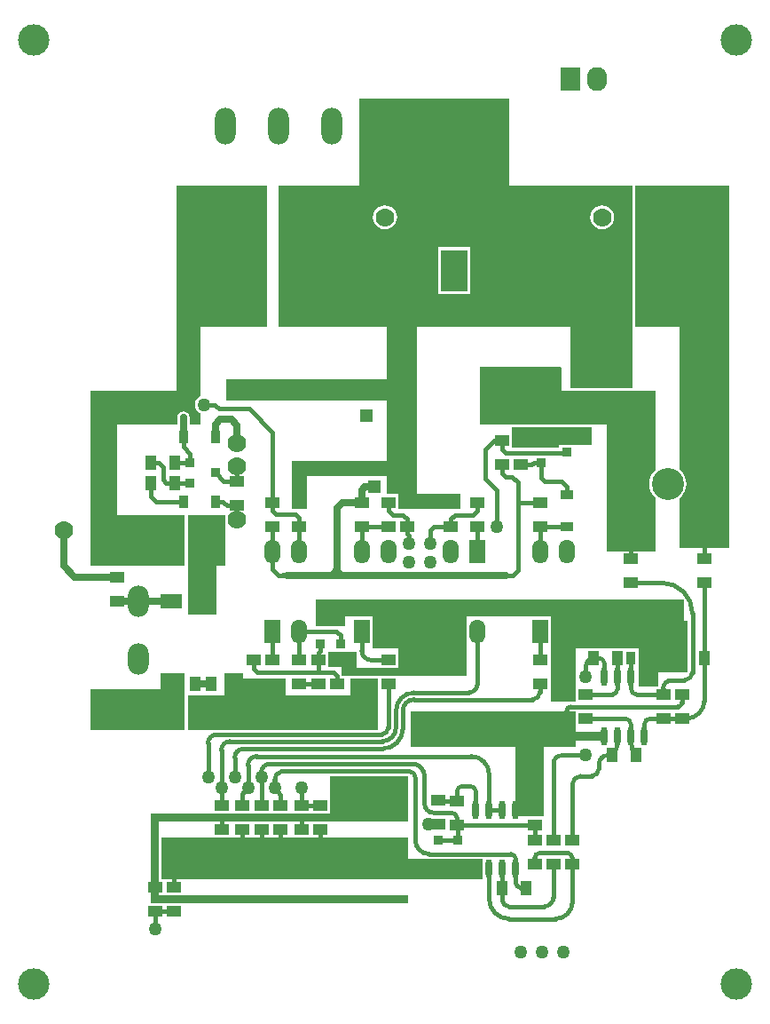
<source format=gbl>
G04*
G04 #@! TF.GenerationSoftware,Altium Limited,Altium Designer,18.0.7 (293)*
G04*
G04 Layer_Physical_Order=2*
G04 Layer_Color=16711680*
%FSLAX44Y44*%
%MOMM*%
G71*
G01*
G75*
%ADD10C,0.3810*%
%ADD11R,0.9000X1.2000*%
%ADD12R,0.9000X1.2000*%
%ADD13R,1.0000X1.3970*%
%ADD14R,1.3970X1.0000*%
%ADD15O,0.6000X1.8000*%
%ADD16R,0.9000X0.9500*%
%ADD17R,2.1000X1.4500*%
%ADD18R,0.9500X0.9000*%
%ADD19R,1.2000X0.9000*%
%ADD20R,1.2000X0.9000*%
%ADD21C,0.6350*%
%ADD22C,1.7780*%
%ADD23R,1.9050X2.2860*%
%ADD24O,1.9050X2.2860*%
%ADD25O,2.0000X3.5000*%
%ADD26R,1.5240X2.2860*%
%ADD27O,1.5240X2.2860*%
%ADD28O,2.5000X4.0000*%
%ADD29R,2.5000X4.0000*%
%ADD30R,1.2080X1.2080*%
%ADD31C,1.2080*%
%ADD32O,2.0000X3.0000*%
%ADD33C,3.0480*%
%ADD34C,1.2700*%
%ADD35C,3.0000*%
%ADD36C,3.0000*%
G36*
X-116222Y319659D02*
X1126D01*
Y189940D01*
X1126D01*
X1126Y126186D01*
X-57667Y126186D01*
X-57667Y184277D01*
X-204614D01*
X-204614Y25273D01*
X-162932D01*
Y11192D01*
X-222114Y11192D01*
X-222114Y25273D01*
X-204614D01*
X-232808Y25273D01*
Y42291D01*
X-324029Y42291D01*
X-324029Y56769D01*
X-232808Y56769D01*
X-232808Y126760D01*
X-232808Y113957D01*
X-386140Y113957D01*
X-386140Y134785D01*
X-232808Y134785D01*
X-232808Y184277D01*
X-336186D01*
Y319659D01*
X-259224Y319659D01*
Y401955D01*
X-116222D01*
Y319659D01*
D02*
G37*
G36*
X-347362Y184277D02*
X-411116D01*
X-411116Y118546D01*
X-411959Y118196D01*
X-413816Y116771D01*
X-415241Y114914D01*
X-416137Y112752D01*
X-416443Y110431D01*
X-416137Y108110D01*
X-415241Y105948D01*
X-413816Y104091D01*
X-411959Y102666D01*
X-411116Y102316D01*
Y91674D01*
X-421438D01*
Y98357D01*
X-421881Y100586D01*
X-423144Y102477D01*
X-425035Y103740D01*
X-427265Y104184D01*
X-429495Y103740D01*
X-431385Y102477D01*
X-432648Y100586D01*
X-433092Y98357D01*
Y91674D01*
X-490618Y91674D01*
X-490618Y5207D01*
X-425848Y5207D01*
X-425848Y-43307D01*
X-516018D01*
X-516018Y123825D01*
X-433722Y123825D01*
Y319659D01*
X-347362D01*
Y184277D01*
D02*
G37*
G36*
X-37898Y71940D02*
X-68948D01*
Y69401D01*
X-113398D01*
X-113398Y88959D01*
X-37898D01*
X-37898Y71940D01*
D02*
G37*
G36*
X-309551Y42291D02*
X-309551Y11191D01*
X-324029Y11191D01*
X-324029Y42291D01*
X-309551Y42291D01*
D02*
G37*
G36*
X93836Y319659D02*
X93836Y-26214D01*
X46366Y-26214D01*
Y21327D01*
X47633Y22367D01*
X49855Y25074D01*
X51506Y28163D01*
X52523Y31514D01*
X52866Y35000D01*
X52523Y38486D01*
X51506Y41837D01*
X49855Y44926D01*
X47633Y47633D01*
X46366Y48673D01*
X46366Y184277D01*
X4012Y184277D01*
X4012Y319659D01*
X93836Y319659D01*
D02*
G37*
G36*
X-66010Y145946D02*
Y123392D01*
X23184D01*
Y48304D01*
X22367Y47633D01*
X20145Y44926D01*
X18494Y41837D01*
X17477Y38486D01*
X17134Y35000D01*
X17477Y31514D01*
X18494Y28163D01*
X20145Y25074D01*
X22367Y22367D01*
X23184Y21696D01*
Y-29207D01*
X-23166Y-29206D01*
X-23166Y91674D01*
X-143898Y91674D01*
X-143898Y146675D01*
X-66909Y146843D01*
X-66010Y145946D01*
D02*
G37*
G36*
X-329942Y-54798D02*
X-330094Y-54714D01*
X-330357Y-54639D01*
X-330731Y-54573D01*
X-331215Y-54515D01*
X-333330Y-54396D01*
X-336440Y-54356D01*
Y-50546D01*
X-335293Y-50542D01*
X-330357Y-50263D01*
X-330094Y-50188D01*
X-329942Y-50104D01*
Y-54798D01*
D02*
G37*
G36*
X-277575Y-44132D02*
X-277385Y-45212D01*
X-277068Y-46164D01*
X-276623Y-46990D01*
X-276052Y-47688D01*
X-275353Y-48260D01*
X-274527Y-48705D01*
X-273575Y-49022D01*
X-272495Y-49212D01*
X-271289Y-49276D01*
X-280814Y-55626D01*
X-290339Y-49276D01*
X-289132Y-49212D01*
X-288053Y-49022D01*
X-287101Y-48705D01*
X-286275Y-48260D01*
X-285576Y-47688D01*
X-285005Y-46990D01*
X-284561Y-46164D01*
X-284243Y-45212D01*
X-284053Y-44132D01*
X-283989Y-42926D01*
X-277639D01*
X-277575Y-44132D01*
D02*
G37*
G36*
X-387664Y5207D02*
Y-43307D01*
X-395792D01*
Y-89751D01*
X-422970Y-89751D01*
Y5207D01*
X-387664Y5207D01*
D02*
G37*
G36*
X50122Y-95556D02*
X53932D01*
X53932Y-144412D01*
X25992Y-144412D01*
X25992Y-158382D01*
X6942D01*
Y-121552D01*
X-53200Y-121552D01*
X-53200Y-172737D01*
X-76726Y-172737D01*
X-76726Y-91326D01*
X-157142Y-91326D01*
X-157142Y-147822D01*
X-276014Y-147822D01*
Y-139840D01*
X-289222D01*
Y-125020D01*
X-261790Y-125020D01*
X-261790Y-140602D01*
X-222114Y-140602D01*
X-222114Y-122226D01*
X-246870D01*
X-246870Y-91326D01*
X-272966Y-91326D01*
Y-100724D01*
X-301135Y-100724D01*
X-301135Y-75490D01*
X50122Y-75490D01*
Y-95556D01*
D02*
G37*
G36*
X-370384Y-150420D02*
X-329495D01*
Y-166422D01*
X-268017Y-166422D01*
Y-150420D01*
X-241352D01*
Y-199442D01*
X-422970D01*
Y-166422D01*
X-388364Y-166422D01*
Y-145594D01*
X-370384D01*
Y-150420D01*
D02*
G37*
G36*
X-425848Y-145594D02*
X-425848Y-199442D01*
X-516018Y-199442D01*
X-516018Y-160455D01*
X-448712D01*
Y-145594D01*
X-425848Y-145594D01*
D02*
G37*
G36*
X-53188Y-201562D02*
X-23978Y-201562D01*
X-23978Y-209944D01*
X-52429Y-209944D01*
X-52429Y-215698D01*
X-83414D01*
Y-282080D01*
X-110096D01*
Y-215698D01*
X-210364Y-215698D01*
X-210364Y-182170D01*
X-53188Y-182164D01*
X-53188Y-201562D01*
D02*
G37*
G36*
X-213158Y-243723D02*
X-213158Y-286649D01*
X-450782Y-286649D01*
X-450782Y-357429D01*
X-213158D01*
X-213159Y-365049D01*
X-458402D01*
X-458402Y-279029D01*
X-287206Y-279029D01*
X-287206Y-243723D01*
X-213158Y-243723D01*
D02*
G37*
G36*
X-213158Y-322707D02*
X-141394D01*
Y-342189D01*
X-447988Y-342189D01*
Y-302057D01*
X-213158D01*
X-213158Y-322707D01*
D02*
G37*
%LPC*%
G36*
X-27579Y300570D02*
X-30563Y300177D01*
X-33344Y299025D01*
X-35731Y297193D01*
X-37563Y294805D01*
X-38715Y292025D01*
X-39108Y289041D01*
X-38715Y286057D01*
X-37563Y283277D01*
X-35731Y280889D01*
X-33344Y279057D01*
X-30563Y277905D01*
X-27579Y277512D01*
X-24595Y277905D01*
X-21815Y279057D01*
X-19427Y280889D01*
X-17595Y283277D01*
X-16444Y286057D01*
X-16051Y289041D01*
X-16444Y292025D01*
X-17595Y294805D01*
X-19427Y297193D01*
X-21815Y299025D01*
X-24595Y300177D01*
X-27579Y300570D01*
D02*
G37*
G36*
X-234913D02*
X-237897Y300177D01*
X-240678Y299025D01*
X-243065Y297193D01*
X-244897Y294805D01*
X-246049Y292025D01*
X-246442Y289041D01*
X-246049Y286057D01*
X-244897Y283277D01*
X-243065Y280889D01*
X-240678Y279057D01*
X-237897Y277905D01*
X-234913Y277512D01*
X-231930Y277905D01*
X-229149Y279057D01*
X-226761Y280889D01*
X-224929Y283277D01*
X-223778Y286057D01*
X-223385Y289041D01*
X-223778Y292025D01*
X-224929Y294805D01*
X-226761Y297193D01*
X-229149Y299025D01*
X-231930Y300177D01*
X-234913Y300570D01*
D02*
G37*
G36*
X-154022Y260781D02*
X-184102D01*
Y215701D01*
X-154022D01*
Y260781D01*
D02*
G37*
%LPD*%
D10*
X-205854Y-304870D02*
G03*
X-192775Y-317949I13079J0D01*
G01*
X-110096Y-322775D02*
G03*
X-114922Y-317949I-4826J0D01*
G01*
X-205854Y-245133D02*
G03*
X-211901Y-239086I-6047J0D01*
G01*
X-110096Y-345093D02*
G03*
X-105016Y-350173I5080J0D01*
G01*
X-333487Y-239086D02*
G03*
X-333804Y-239315I0J-335D01*
G01*
D02*
G03*
X-333822Y-239421I317J-106D01*
G01*
X-333804Y-239315D02*
G03*
X-340292Y-247525I1951J-8210D01*
G01*
X-334992Y-261757D02*
G03*
X-336136Y-258995I-3906J0D01*
G01*
X50743Y-152286D02*
G03*
X58570Y-144460I0J7826D01*
G01*
Y-88596D02*
G03*
X29403Y-59430I-29167J0D01*
G01*
X38798Y-152286D02*
G03*
X30564Y-160520I0J-8234D01*
G01*
X-136Y-160341D02*
G03*
X5524Y-166002I5660J0D01*
G01*
X44547Y-177432D02*
G03*
X48564Y-173415I0J4017D01*
G01*
X-57519Y-177432D02*
G03*
X-61536Y-181449I0J-4017D01*
G01*
X52627Y-188862D02*
G03*
X70000Y-171488I0J17373D01*
G01*
X18224Y-188862D02*
G03*
X12564Y-194523I0J-5660D01*
G01*
X-22234Y-223682D02*
G03*
X-30570Y-232018I0J-8336D01*
G01*
X-37948Y-243726D02*
G03*
X-30570Y-236348I0J7378D01*
G01*
X-48250Y-243726D02*
G03*
X-56096Y-251572I0J-7846D01*
G01*
X-25536Y-136262D02*
G03*
X-30616Y-131182I-5080J0D01*
G01*
X-35696D02*
G03*
X-43536Y-139022I0J-7840D01*
G01*
X-65760Y-223682D02*
G03*
X-74096Y-232018I0J-8336D01*
G01*
X-18496Y-166002D02*
G03*
X-12836Y-160341I0J5660D01*
G01*
X-136Y-194523D02*
G03*
X-5796Y-188862I-5660J0D01*
G01*
X-17916Y-223682D02*
G03*
X-12836Y-211417I-12265J12265D01*
G01*
X-136Y-211419D02*
G03*
X4944Y-223682I17343J0D01*
G01*
X-56096Y-321747D02*
G03*
X-60854Y-316989I-4758J0D01*
G01*
X-87338Y-316988D02*
G03*
X-92096Y-321746I0J-4758D01*
G01*
X-71968Y-379727D02*
G03*
X-56096Y-363855I0J15872D01*
G01*
X-135496Y-360742D02*
G03*
X-116510Y-379727I18986J0D01*
G01*
X-83148Y-368043D02*
G03*
X-74096Y-358991I0J9052D01*
G01*
X-122796Y-361981D02*
G03*
X-116734Y-368043I6062J0D01*
G01*
X-135496Y-242011D02*
G03*
X-152720Y-224788I-17224J0D01*
G01*
X-357253D02*
G03*
X-365692Y-233226I0J-8439D01*
G01*
X-369848Y-258995D02*
G03*
X-370992Y-261757I2762J-2762D01*
G01*
X-165268Y-290877D02*
G03*
X-166196Y-289949I-928J0D01*
G01*
X-197218Y-243629D02*
G03*
X-208910Y-231937I-11692J0D01*
G01*
X-344553D02*
G03*
X-352992Y-240376I0J-8439D01*
G01*
X-166196Y-283663D02*
G03*
X-171169Y-278689I-4973J0D01*
G01*
X-197218Y-269968D02*
G03*
X-188496Y-278689I8722J0D01*
G01*
X-160896Y-253179D02*
G03*
X-166196Y-258479I0J-5300D01*
G01*
X-148196D02*
G03*
X-153496Y-253179I-5300J0D01*
G01*
X-183756Y-266896D02*
G03*
X-183563Y-267089I193J0D01*
G01*
X-369953Y-217638D02*
G03*
X-378392Y-226077I0J-8439D01*
G01*
X-382653Y-210489D02*
G03*
X-391092Y-218928I0J-8439D01*
G01*
X-237511Y-210489D02*
G03*
X-224334Y-197312I0J13177D01*
G01*
X-207119Y-164136D02*
G03*
X-224334Y-181351I0J-17215D01*
G01*
X-155066Y-164136D02*
G03*
X-146646Y-155715I0J8421D01*
G01*
X-146102Y-105932D02*
G03*
X-146646Y-105388I-544J0D01*
G01*
X-237282Y-217638D02*
G03*
X-217815Y-198172I0J19466D01*
G01*
X-207166Y-170610D02*
G03*
X-217815Y-181260I0J-10649D01*
G01*
X-94030Y-170610D02*
G03*
X-86974Y-163554I0J7056D01*
G01*
X-238419Y-204014D02*
G03*
X-231718Y-197312I0J6702D01*
G01*
X-395353Y-204014D02*
G03*
X-403792Y-212453I0J-8439D01*
G01*
X-257118Y-124102D02*
G03*
X-248210Y-133010I8908J0D01*
G01*
X-376025Y491D02*
Y14461D01*
X-192775Y-317949D02*
X-114922D01*
X-333487Y-239086D02*
X-211901D01*
X-205854Y-304870D02*
Y-245133D01*
X-105016Y-350173D02*
X-99936D01*
X-110096Y-332173D02*
Y-322775D01*
Y-345093D02*
Y-332173D01*
X-340292Y-254839D02*
Y-247525D01*
Y-254839D02*
X-336136Y-258995D01*
X-334992Y-271409D02*
Y-261757D01*
X70000Y-131182D02*
Y-59430D01*
X-136Y-160341D02*
Y-149182D01*
Y-131182D01*
X58570Y-144460D02*
Y-88596D01*
X38798Y-152286D02*
X50743D01*
X30564Y-166002D02*
Y-160520D01*
X0Y-59430D02*
X29403D01*
X5524Y-166002D02*
X30564D01*
Y-166116D02*
Y-166002D01*
Y-166002D01*
X-61536Y-188862D02*
Y-181449D01*
X-57519Y-177432D02*
Y-177432D01*
Y-177432D02*
X44547D01*
X48564Y-173415D02*
Y-166003D01*
X70000Y-171488D02*
Y-131182D01*
X30564Y-188862D02*
X52627D01*
X18224Y-188862D02*
X33680D01*
X12564Y-205682D02*
Y-194523D01*
X0Y-36570D02*
Y0D01*
X70000Y-36570D02*
Y0D01*
X-43536Y-149182D02*
Y-139022D01*
X-30570Y-236348D02*
Y-232018D01*
X-48250Y-243726D02*
X-37948D01*
X-56096Y-304798D02*
Y-251572D01*
X-35696Y-131182D02*
X-30616D01*
X-25536Y-149182D02*
Y-136262D01*
X-65760Y-223682D02*
X-43536D01*
X-74096Y-304798D02*
Y-232018D01*
X-43536Y-166002D02*
X-18496D01*
X-12836Y-160341D02*
Y-149182D01*
X-30836Y-188862D02*
X-5796D01*
X-43536Y-188862D02*
X-30836D01*
Y-188862D02*
Y-188862D01*
X-136Y-205682D02*
Y-194523D01*
X-12836Y-149182D02*
Y-131182D01*
Y-211417D02*
Y-205682D01*
X-136Y-211419D02*
Y-205682D01*
X-166196Y-289949D02*
X-92096D01*
Y-304797D02*
Y-289949D01*
X-56096Y-327658D02*
Y-321747D01*
X-92096Y-327657D02*
Y-321746D01*
X-87338Y-316989D02*
X-60854D01*
X-87338D02*
Y-316988D01*
X-116510Y-379727D02*
X-71968D01*
X-135496Y-360742D02*
Y-332173D01*
X-56096Y-363855D02*
Y-327658D01*
X-116734Y-368043D02*
X-83148D01*
X-122796Y-361981D02*
Y-350173D01*
X-74096Y-358991D02*
Y-327658D01*
X-135496Y-275673D02*
Y-242011D01*
X-357253Y-224788D02*
X-152720D01*
X-365692Y-254839D02*
Y-233226D01*
X-369848Y-258995D02*
X-365692Y-254839D01*
X-370992Y-271409D02*
Y-261757D01*
X-166196Y-289949D02*
Y-283663D01*
X-165268Y-304797D02*
Y-290877D01*
X-344553Y-231937D02*
X-208910D01*
X-197218Y-269968D02*
Y-243629D01*
X-188496Y-278689D02*
X-171169D01*
X-135496Y-275673D02*
X-122796D01*
Y-350173D02*
Y-332173D01*
X-92096Y-289949D02*
Y-289949D01*
X-160896Y-253179D02*
X-153496D01*
X-148196Y-275673D02*
Y-258479D01*
X-183563Y-267089D02*
X-166196D01*
Y-258479D01*
X-184268Y-304797D02*
X-165268D01*
X-436522Y-349749D02*
Y-338321D01*
X-296892Y-305697D02*
Y-294269D01*
X-334992Y-305697D02*
Y-294269D01*
X-352992Y-305697D02*
Y-294269D01*
X-370992Y-305697D02*
Y-294269D01*
X-454592Y-389179D02*
Y-372609D01*
Y-372609D01*
X-436522D01*
X-391092Y-294269D02*
Y-282841D01*
X-314892Y-294269D02*
Y-282841D01*
Y-271409D02*
Y-254839D01*
Y-271409D02*
X-296892D01*
Y-271409D02*
Y-271409D01*
X-391092Y-254839D02*
Y-218928D01*
Y-271409D02*
Y-254839D01*
X-352992Y-271409D02*
Y-244839D01*
X-403792Y-241472D02*
Y-212453D01*
X-382653Y-210489D02*
X-237511D01*
X-224334Y-197312D02*
Y-181351D01*
X-207119Y-164136D02*
X-155066D01*
X-146646Y-155715D02*
Y-105388D01*
X-378392Y-244839D02*
Y-226839D01*
X-369953Y-217638D02*
X-237282D01*
X-217815Y-198172D02*
Y-181260D01*
X-207166Y-170610D02*
X-94030D01*
X-395353Y-204014D02*
X-238419D01*
X-86974Y-163554D02*
Y-155870D01*
X-231718D02*
Y-154669D01*
Y-197312D02*
Y-155870D01*
X-86974Y-133010D02*
Y-105388D01*
X-248210Y-133010D02*
X-231718D01*
X-257118Y-124102D02*
Y-105388D01*
X-316790Y-155869D02*
X-298790D01*
X-342190Y-133009D02*
Y-105388D01*
X-316790Y-133009D02*
Y-105388D01*
X-281518D02*
X-277565Y-109341D01*
X-316790Y-105388D02*
X-281518D01*
X-277565Y-117388D02*
Y-109341D01*
X-296565Y-124099D02*
Y-117388D01*
X-298790Y-126324D02*
X-296565Y-124099D01*
X-298790Y-133009D02*
Y-126324D01*
Y-144578D02*
X-284034D01*
X-356668D02*
X-298790D01*
X-284034D02*
X-280790Y-147822D01*
Y-155869D02*
Y-147822D01*
X-298790Y-144578D02*
Y-133009D01*
X-360190Y-141056D02*
X-356668Y-144578D01*
X-360190Y-141056D02*
Y-133009D01*
X-385966Y14461D02*
X-376025D01*
X-389436Y17931D02*
X-385966Y14461D01*
X-396785Y17931D02*
X-389436D01*
X-392998Y106337D02*
X-364593D01*
X-397092Y110431D02*
X-392998Y106337D01*
X-407476Y110431D02*
X-397092D01*
X-364593Y106337D02*
X-342190Y83934D01*
Y17242D02*
Y83934D01*
X-217703Y5464D02*
X-213718Y1479D01*
Y-5964D02*
Y1479D01*
X-227604Y5464D02*
X-217703D01*
X-231718Y9578D02*
X-227604Y5464D01*
X-231718Y9578D02*
Y16895D01*
X-146646Y9577D02*
Y16895D01*
X-150759Y5464D02*
X-146646Y9577D01*
X-168060Y5464D02*
X-150759D01*
X-172046Y1479D02*
X-168060Y5464D01*
X-172046Y-5964D02*
Y1479D01*
X-148726Y16895D02*
X-146646D01*
X-188630Y-5964D02*
X-172046D01*
X-191809Y-9144D02*
X-188630Y-5964D01*
X-191809Y-21949D02*
Y-9144D01*
X-211954Y-21949D02*
Y-14075D01*
X-213718Y-12311D02*
X-211954Y-14075D01*
X-213718Y-12311D02*
Y-5964D01*
X-127814Y-5965D02*
Y28991D01*
X-139082Y40259D02*
X-127814Y28991D01*
X-139082Y40259D02*
Y67437D01*
X-130339Y76180D01*
X-122974D01*
X-108094Y17242D02*
Y36449D01*
Y-47625D02*
Y17242D01*
X-113428Y41783D02*
X-108094Y36449D01*
X-120032Y41783D02*
X-113428D01*
X-122974Y44725D02*
Y53320D01*
Y44725D02*
X-120032Y41783D01*
X-82186Y37211D02*
X-66438D01*
X-85574Y40599D02*
X-82186Y37211D01*
X-85574Y40599D02*
Y55362D01*
X-61574Y24862D02*
Y32347D01*
X-66438Y37211D02*
X-61574Y32347D01*
X-120032Y64643D02*
X-61792D01*
X-122974Y67585D02*
X-120032Y64643D01*
X-122974Y67585D02*
Y76180D01*
X-61792Y64643D02*
X-61574Y64862D01*
X-92991Y55362D02*
X-85574D01*
X-95033Y53320D02*
X-92991Y55362D01*
X-104974Y53320D02*
X-95033D01*
X-119524Y-52451D02*
X-112920D01*
X-108094Y17242D02*
X-86974D01*
X-112920Y-52451D02*
X-108094Y-47625D01*
X-342190Y-46701D02*
Y-29188D01*
Y-46701D02*
X-336440Y-52451D01*
X-327804D01*
X-86974Y-5618D02*
X-61574D01*
X-86974Y-29188D02*
Y-5618D01*
X-146646Y-29188D02*
Y-5965D01*
X-257118Y-29188D02*
Y-5618D01*
X-256772Y-5965D01*
X-231718D01*
X-342190Y-29188D02*
Y-5618D01*
X-316790Y-5618D02*
Y2575D01*
X-320438Y6223D02*
X-316790Y2575D01*
X-338702Y6223D02*
X-320438D01*
X-342190Y9711D02*
X-338702Y6223D01*
X-342190Y9711D02*
Y17242D01*
X-316790Y-29188D02*
Y-5618D01*
X-388675Y37321D02*
X-376025D01*
X-396785Y45431D02*
X-388675Y37321D01*
X-420785Y54931D02*
Y63898D01*
X-427265Y70378D02*
X-420785Y63898D01*
X-427265Y70378D02*
Y79431D01*
X-453050Y17931D02*
X-427265D01*
X-458215Y23096D02*
X-453050Y17931D01*
X-458215Y23096D02*
Y35931D01*
X-435355D02*
X-420785D01*
X-443618D02*
X-435355D01*
X-446676Y38989D02*
X-443618Y35931D01*
X-446676Y38989D02*
Y51181D01*
X-450426Y54931D02*
X-446676Y51181D01*
X-458215Y54931D02*
X-450426D01*
X-435355D02*
X-420785D01*
X-376025Y37321D02*
Y51291D01*
D11*
X30344Y-131182D02*
D03*
X-396785Y17931D02*
D03*
Y79431D02*
D03*
D12*
X-136Y-131182D02*
D03*
X-427265Y17931D02*
D03*
Y79431D02*
D03*
D13*
X70000Y-131182D02*
D03*
X47140D02*
D03*
X-35696D02*
D03*
X-12836D02*
D03*
X4944Y-223682D02*
D03*
X-17916D02*
D03*
X-122796Y-350173D02*
D03*
X-99936D02*
D03*
X-458215Y54931D02*
D03*
X-435355D02*
D03*
X-411881Y-10359D02*
D03*
X-434741D02*
D03*
X-458215Y35931D02*
D03*
X-435355D02*
D03*
X-438512Y-155869D02*
D03*
X-415652D02*
D03*
X-401082D02*
D03*
X-378222D02*
D03*
D14*
X48564Y-166003D02*
D03*
Y-188862D02*
D03*
X30564Y-166002D02*
D03*
Y-188862D02*
D03*
X-61536D02*
D03*
Y-166002D02*
D03*
X-43536Y-188862D02*
D03*
Y-166002D02*
D03*
X-74096Y-304798D02*
D03*
Y-327658D02*
D03*
X-56096Y-304798D02*
D03*
Y-327658D02*
D03*
X-183756Y-266896D02*
D03*
Y-289755D02*
D03*
X-166196Y-267089D02*
D03*
Y-289949D02*
D03*
X-92096Y-327657D02*
D03*
Y-304797D02*
D03*
Y-289949D02*
D03*
Y-267090D02*
D03*
X-296892Y-294269D02*
D03*
Y-271409D02*
D03*
X-314892Y-294269D02*
D03*
Y-271409D02*
D03*
X-391092Y-294269D02*
D03*
Y-271409D02*
D03*
X-334992Y-294269D02*
D03*
Y-271409D02*
D03*
X-352992Y-294269D02*
D03*
Y-271409D02*
D03*
X-370992Y-294269D02*
D03*
Y-271409D02*
D03*
X-436522Y-372609D02*
D03*
Y-349749D02*
D03*
X-454592Y-372609D02*
D03*
Y-349749D02*
D03*
X-86974Y-155870D02*
D03*
Y-133010D02*
D03*
X-231718Y-155870D02*
D03*
Y-133010D02*
D03*
X0Y-36570D02*
D03*
Y-59430D02*
D03*
X70000D02*
D03*
Y-36570D02*
D03*
X-376025Y37321D02*
D03*
Y14461D02*
D03*
X-146646Y16895D02*
D03*
Y-5965D02*
D03*
X-172046Y16896D02*
D03*
Y-5964D02*
D03*
X-257118Y-5618D02*
D03*
Y17242D02*
D03*
X-231718Y16895D02*
D03*
Y-5965D02*
D03*
X-213718Y-5964D02*
D03*
Y16896D02*
D03*
X-104974Y76180D02*
D03*
Y53320D02*
D03*
X-122974Y76180D02*
D03*
Y53320D02*
D03*
X-86974Y-5618D02*
D03*
Y17242D02*
D03*
X-342190Y17242D02*
D03*
Y-5618D02*
D03*
X-316790Y17242D02*
D03*
Y-5618D02*
D03*
Y-155869D02*
D03*
Y-133009D02*
D03*
X-298790Y-155869D02*
D03*
Y-133009D02*
D03*
X-490952Y-76869D02*
D03*
Y-54009D02*
D03*
X-342190Y-155869D02*
D03*
Y-133009D02*
D03*
X-360190Y-155869D02*
D03*
Y-133009D02*
D03*
X-280790Y-155869D02*
D03*
Y-133009D02*
D03*
D15*
X-12836Y-205682D02*
D03*
X-136D02*
D03*
X-25536D02*
D03*
X12564D02*
D03*
X-12836Y-149182D02*
D03*
X-25536D02*
D03*
X12564D02*
D03*
X-136D02*
D03*
X-122796Y-275673D02*
D03*
X-135496D02*
D03*
X-110096D02*
D03*
X-148196D02*
D03*
X-122796Y-332173D02*
D03*
X-110096D02*
D03*
X-148196D02*
D03*
X-135496D02*
D03*
D16*
X-174768Y-328797D02*
D03*
X-165268Y-304797D02*
D03*
X-184268D02*
D03*
X-287065Y-93388D02*
D03*
X-277565Y-117388D02*
D03*
X-296565D02*
D03*
D17*
X-409512Y-181869D02*
D03*
X-438512D02*
D03*
X-409512Y-76869D02*
D03*
X-438512D02*
D03*
D18*
X-420785Y35931D02*
D03*
Y54931D02*
D03*
X-396785Y45431D02*
D03*
X-61574Y64862D02*
D03*
X-85574Y74362D02*
D03*
Y55362D02*
D03*
D19*
X-61574Y-5618D02*
D03*
D20*
Y24862D02*
D03*
D21*
X-427265Y79431D02*
Y98357D01*
X-469860Y-76869D02*
X-438512D01*
X-415652Y-155869D02*
X-401082D01*
X-490952Y-76869D02*
X-469860D01*
X-531102Y-54009D02*
X-490952D01*
X-541752Y-43359D02*
X-531102Y-54009D01*
X-541752Y-43359D02*
Y-9649D01*
X-280814Y-52451D02*
X-119524D01*
X-280814D02*
Y11557D01*
X-327804Y-52451D02*
X-280814D01*
Y11557D02*
X-275129Y17242D01*
X-257118D01*
X-254102Y31919D02*
X-244913D01*
X-257118Y28903D02*
X-254102Y31919D01*
X-257118Y17242D02*
Y28903D01*
X-381398Y96393D02*
X-376025Y91020D01*
X-392066Y96393D02*
X-381398D01*
X-396785Y91674D02*
X-392066Y96393D01*
X-376025Y73571D02*
Y91020D01*
X-396785Y79431D02*
Y91674D01*
D22*
X-397911Y-9649D02*
D03*
X-448712D02*
D03*
X-490952D02*
D03*
X-541752D02*
D03*
X-376025Y51291D02*
D03*
Y491D02*
D03*
Y124371D02*
D03*
Y73571D02*
D03*
X-234913Y238241D02*
D03*
Y289041D02*
D03*
X-27579Y238241D02*
D03*
Y289041D02*
D03*
D23*
X-57667Y421133D02*
D03*
D24*
X-32267D02*
D03*
D25*
X-234962Y376314D02*
D03*
X-285762D02*
D03*
X-387362D02*
D03*
X-336562D02*
D03*
D26*
X-86974Y-105388D02*
D03*
X-146646Y-29188D02*
D03*
X-257118Y-105388D02*
D03*
X-342190D02*
D03*
D27*
X-61574D02*
D03*
Y-29188D02*
D03*
X-86974D02*
D03*
X-172046D02*
D03*
Y-105388D02*
D03*
X-146646D02*
D03*
X-231718D02*
D03*
Y-29188D02*
D03*
X-257118D02*
D03*
X-316790Y-105388D02*
D03*
Y-29188D02*
D03*
X-342190D02*
D03*
D28*
X-300761Y238241D02*
D03*
X-94062D02*
D03*
D29*
X-375761D02*
D03*
X-169062D02*
D03*
D30*
X-252413Y99969D02*
D03*
X-244913Y31919D02*
D03*
D31*
X-217413Y99969D02*
D03*
X-224913Y31919D02*
D03*
D32*
X-469860Y-181869D02*
D03*
X-469860Y-131869D02*
D03*
X-469860Y-76869D02*
D03*
X-469860Y-26869D02*
D03*
D33*
X35000Y35000D02*
D03*
Y289000D02*
D03*
D34*
X-104954Y-411179D02*
D03*
X-64665D02*
D03*
X-84809D02*
D03*
X-48415Y80449D02*
D03*
X-193756Y-289755D02*
D03*
X-43536Y-149182D02*
D03*
Y-223682D02*
D03*
X-250443Y-313173D02*
D03*
X-230298D02*
D03*
X-270588D02*
D03*
X-270200Y-254839D02*
D03*
X-229910D02*
D03*
X-250055D02*
D03*
X-454592Y-389179D02*
D03*
X-314892Y-254839D02*
D03*
X-340292D02*
D03*
X-365692D02*
D03*
X-352992Y-244839D02*
D03*
X-254685Y-163102D02*
D03*
X-378392Y-244839D02*
D03*
X-391092Y-254839D02*
D03*
X-403792Y-244839D02*
D03*
X-162996Y-207570D02*
D03*
X-183141D02*
D03*
X-104954Y135499D02*
D03*
X-125099D02*
D03*
X-84809D02*
D03*
X-8126Y136515D02*
D03*
X-48415Y135499D02*
D03*
X-28270Y136007D02*
D03*
X-211954Y-21949D02*
D03*
X-407476Y110431D02*
D03*
X-211954Y-39949D02*
D03*
X-191809D02*
D03*
Y-21949D02*
D03*
X-127814Y-5965D02*
D03*
D35*
X70000Y0D02*
D03*
X0D02*
D03*
D36*
X-569832Y458241D02*
D03*
X100168Y-441759D02*
D03*
Y458241D02*
D03*
X-569832Y-441759D02*
D03*
M02*

</source>
